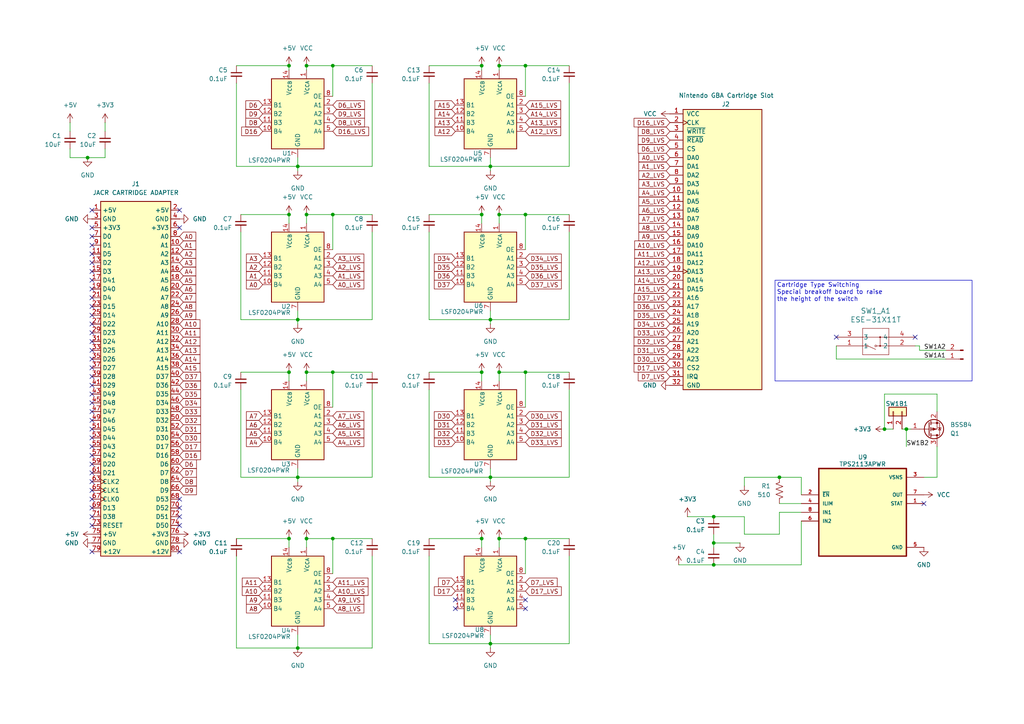
<source format=kicad_sch>
(kicad_sch (version 20250114) (generator "eeschema") (generator_version "9.0")
  (paper "A4")
  (title_block (title "GameBoy Adapter - Just Another Cartridge Reader") (date "2025-10-22") (company "Diplomatic Entertainment, LLC.") (comment 1 "CC BY 4.0"))
  (rectangle (start 224.79 81.28) (end 281.94 110.49))
  (text "Cartridge Type Switching\nSpecial breakoff board to raise\nthe height of the switch\n" (at 225.298 84.836 0) (effects (font (size 1.27 1.27)) (justify left)))
  (junction (at 139.7 19.05))
  (junction (at 152.4 107.95))
  (junction (at 83.82 107.95))
  (junction (at 83.82 62.23))
  (junction (at 88.9 156.21))
  (junction (at 86.36 138.43))
  (junction (at 139.7 156.21))
  (junction (at 144.78 156.21))
  (junction (at 142.24 48.26))
  (junction (at 142.24 186.69))
  (junction (at 144.78 62.23))
  (junction (at 144.78 19.05))
  (junction (at 207.01 149.86))
  (junction (at 96.52 62.23))
  (junction (at 207.01 157.48))
  (junction (at 207.01 163.83))
  (junction (at 262.89 124.46))
  (junction (at 86.36 48.26))
  (junction (at 25.4 45.72))
  (junction (at 144.78 107.95))
  (junction (at 96.52 156.21))
  (junction (at 88.9 62.23))
  (junction (at 88.9 19.05))
  (junction (at 83.82 156.21))
  (junction (at 152.4 19.05))
  (junction (at 152.4 62.23))
  (junction (at 139.7 62.23))
  (junction (at 142.24 138.43))
  (junction (at 142.24 92.71))
  (junction (at 83.82 19.05))
  (junction (at 256.54 124.46))
  (junction (at 88.9 107.95))
  (junction (at 86.36 187.96))
  (junction (at 96.52 19.05))
  (junction (at 152.4 156.21))
  (junction (at 86.36 92.71))
  (junction (at 226.06 138.43))
  (junction (at 139.7 107.95))
  (junction (at 96.52 107.95))
  (no_connect (at 26.67 111.76))
  (no_connect (at 26.67 114.3))
  (no_connect (at 26.67 93.98))
  (no_connect (at 26.67 152.4))
  (no_connect (at 26.67 83.82))
  (no_connect (at 26.67 149.86))
  (no_connect (at 26.67 68.58))
  (no_connect (at 52.07 60.96))
  (no_connect (at 26.67 160.02))
  (no_connect (at 26.67 86.36))
  (no_connect (at 52.07 147.32))
  (no_connect (at 26.67 147.32))
  (no_connect (at 26.67 76.2))
  (no_connect (at 52.07 66.04))
  (no_connect (at 26.67 81.28))
  (no_connect (at 26.67 96.52))
  (no_connect (at 26.67 101.6))
  (no_connect (at 26.67 116.84))
  (no_connect (at 132.08 173.99))
  (no_connect (at 26.67 60.96))
  (no_connect (at 26.67 127))
  (no_connect (at 26.67 109.22))
  (no_connect (at 152.4 173.99))
  (no_connect (at 26.67 137.16))
  (no_connect (at 26.67 73.66))
  (no_connect (at 52.07 152.4))
  (no_connect (at 26.67 104.14))
  (no_connect (at 26.67 121.92))
  (no_connect (at 52.07 149.86))
  (no_connect (at 152.4 176.53))
  (no_connect (at 26.67 134.62))
  (no_connect (at 26.67 106.68))
  (no_connect (at 242.57 97.79))
  (no_connect (at 267.97 146.05))
  (no_connect (at 26.67 124.46))
  (no_connect (at 26.67 78.74))
  (no_connect (at 52.07 144.78))
  (no_connect (at 26.67 144.78))
  (no_connect (at 26.67 139.7))
  (no_connect (at 52.07 160.02))
  (no_connect (at 265.43 97.79))
  (no_connect (at 26.67 142.24))
  (no_connect (at 26.67 71.12))
  (no_connect (at 132.08 176.53))
  (no_connect (at 26.67 91.44))
  (no_connect (at 26.67 132.08))
  (no_connect (at 26.67 66.04))
  (no_connect (at 26.67 99.06))
  (no_connect (at 26.67 129.54))
  (no_connect (at 26.67 119.38))
  (no_connect (at 26.67 88.9))
  (wire (pts (xy 83.82 107.95) (xy 83.82 110.49)))
  (wire (pts (xy 226.06 138.43) (xy 215.9 138.43)))
  (wire (pts (xy 124.46 161.29) (xy 124.46 186.69)))
  (wire (pts (xy 83.82 156.21) (xy 83.82 158.75)))
  (wire (pts (xy 96.52 156.21) (xy 107.95 156.21)))
  (wire (pts (xy 124.46 67.31) (xy 124.46 92.71)))
  (wire (pts (xy 256.54 114.3) (xy 271.78 114.3)))
  (wire (pts (xy 165.1 113.03) (xy 165.1 138.43)))
  (wire (pts (xy 107.95 138.43) (xy 86.36 138.43)))
  (wire (pts (xy 107.95 187.96) (xy 86.36 187.96)))
  (wire (pts (xy 215.9 138.43) (xy 215.9 140.97)))
  (wire (pts (xy 152.4 62.23) (xy 152.4 72.39)))
  (wire (pts (xy 165.1 186.69) (xy 142.24 186.69)))
  (wire (pts (xy 124.46 62.23) (xy 139.7 62.23)))
  (wire (pts (xy 68.58 161.29) (xy 68.58 187.96)))
  (wire (pts (xy 30.48 45.72) (xy 25.4 45.72)))
  (wire (pts (xy 144.78 62.23) (xy 144.78 64.77)))
  (wire (pts (xy 86.36 187.96) (xy 86.36 184.15)))
  (wire (pts (xy 68.58 48.26) (xy 86.36 48.26)))
  (wire (pts (xy 86.36 139.7) (xy 86.36 138.43)))
  (wire (pts (xy 20.32 35.56) (xy 20.32 38.1)))
  (wire (pts (xy 68.58 19.05) (xy 83.82 19.05)))
  (wire (pts (xy 96.52 19.05) (xy 96.52 27.94)))
  (wire (pts (xy 242.57 104.14) (xy 274.32 104.14)))
  (wire (pts (xy 144.78 156.21) (xy 152.4 156.21)))
  (wire (pts (xy 124.46 92.71) (xy 142.24 92.71)))
  (wire (pts (xy 86.36 48.26) (xy 86.36 45.72)))
  (wire (pts (xy 69.85 67.31) (xy 69.85 92.71)))
  (wire (pts (xy 88.9 62.23) (xy 88.9 64.77)))
  (wire (pts (xy 86.36 138.43) (xy 86.36 135.89)))
  (wire (pts (xy 165.1 138.43) (xy 142.24 138.43)))
  (wire (pts (xy 144.78 19.05) (xy 152.4 19.05)))
  (wire (pts (xy 88.9 19.05) (xy 88.9 20.32)))
  (wire (pts (xy 196.85 163.83) (xy 207.01 163.83)))
  (wire (pts (xy 142.24 186.69) (xy 142.24 184.15)))
  (wire (pts (xy 271.78 114.3) (xy 271.78 119.38)))
  (wire (pts (xy 88.9 19.05) (xy 96.52 19.05)))
  (wire (pts (xy 20.32 43.18) (xy 20.32 45.72)))
  (wire (pts (xy 107.95 67.31) (xy 107.95 92.71)))
  (wire (pts (xy 68.58 156.21) (xy 83.82 156.21)))
  (wire (pts (xy 266.7 100.33) (xy 265.43 100.33)))
  (wire (pts (xy 142.24 49.53) (xy 142.24 48.26)))
  (wire (pts (xy 144.78 107.95) (xy 152.4 107.95)))
  (wire (pts (xy 107.95 161.29) (xy 107.95 187.96)))
  (wire (pts (xy 124.46 24.13) (xy 124.46 48.26)))
  (wire (pts (xy 142.24 45.72) (xy 142.24 48.26)))
  (wire (pts (xy 226.06 148.59) (xy 232.41 148.59)))
  (wire (pts (xy 165.1 48.26) (xy 142.24 48.26)))
  (wire (pts (xy 139.7 156.21) (xy 139.7 158.75)))
  (wire (pts (xy 139.7 62.23) (xy 139.7 64.77)))
  (wire (pts (xy 107.95 48.26) (xy 86.36 48.26)))
  (wire (pts (xy 20.32 45.72) (xy 25.4 45.72)))
  (wire (pts (xy 139.7 19.05) (xy 139.7 20.32)))
  (wire (pts (xy 152.4 107.95) (xy 152.4 118.11)))
  (wire (pts (xy 271.78 129.54) (xy 271.78 138.43)))
  (wire (pts (xy 207.01 149.86) (xy 215.9 149.86)))
  (wire (pts (xy 69.85 62.23) (xy 83.82 62.23)))
  (wire (pts (xy 144.78 107.95) (xy 144.78 110.49)))
  (wire (pts (xy 96.52 19.05) (xy 107.95 19.05)))
  (wire (pts (xy 96.52 107.95) (xy 107.95 107.95)))
  (wire (pts (xy 144.78 19.05) (xy 144.78 20.32)))
  (wire (pts (xy 88.9 62.23) (xy 96.52 62.23)))
  (wire (pts (xy 165.1 24.13) (xy 165.1 48.26)))
  (wire (pts (xy 152.4 19.05) (xy 165.1 19.05)))
  (wire (pts (xy 68.58 24.13) (xy 68.58 48.26)))
  (wire (pts (xy 207.01 157.48) (xy 207.01 158.75)))
  (wire (pts (xy 165.1 92.71) (xy 142.24 92.71)))
  (wire (pts (xy 69.85 92.71) (xy 86.36 92.71)))
  (wire (pts (xy 242.57 100.33) (xy 242.57 104.14)))
  (wire (pts (xy 262.89 124.46) (xy 264.16 124.46)))
  (wire (pts (xy 256.54 124.46) (xy 259.08 124.46)))
  (wire (pts (xy 96.52 62.23) (xy 107.95 62.23)))
  (wire (pts (xy 124.46 113.03) (xy 124.46 138.43)))
  (wire (pts (xy 152.4 19.05) (xy 152.4 27.94)))
  (wire (pts (xy 107.95 113.03) (xy 107.95 138.43)))
  (wire (pts (xy 232.41 143.51) (xy 232.41 138.43)))
  (wire (pts (xy 226.06 146.05) (xy 232.41 146.05)))
  (wire (pts (xy 88.9 156.21) (xy 96.52 156.21)))
  (wire (pts (xy 139.7 107.95) (xy 139.7 110.49)))
  (wire (pts (xy 83.82 19.05) (xy 83.82 20.32)))
  (wire (pts (xy 199.39 149.86) (xy 207.01 149.86)))
  (wire (pts (xy 152.4 156.21) (xy 165.1 156.21)))
  (wire (pts (xy 30.48 35.56) (xy 30.48 38.1)))
  (wire (pts (xy 215.9 154.94) (xy 226.06 154.94)))
  (wire (pts (xy 124.46 19.05) (xy 139.7 19.05)))
  (wire (pts (xy 124.46 156.21) (xy 139.7 156.21)))
  (wire (pts (xy 142.24 139.7) (xy 142.24 138.43)))
  (wire (pts (xy 86.36 93.98) (xy 86.36 92.71)))
  (wire (pts (xy 152.4 156.21) (xy 152.4 166.37)))
  (wire (pts (xy 88.9 156.21) (xy 88.9 158.75)))
  (wire (pts (xy 86.36 92.71) (xy 86.36 90.17)))
  (wire (pts (xy 83.82 62.23) (xy 83.82 64.77)))
  (wire (pts (xy 152.4 107.95) (xy 165.1 107.95)))
  (wire (pts (xy 215.9 149.86) (xy 215.9 154.94)))
  (wire (pts (xy 226.06 154.94) (xy 226.06 148.59)))
  (wire (pts (xy 232.41 163.83) (xy 232.41 151.13)))
  (wire (pts (xy 69.85 107.95) (xy 83.82 107.95)))
  (wire (pts (xy 124.46 107.95) (xy 139.7 107.95)))
  (wire (pts (xy 165.1 161.29) (xy 165.1 186.69)))
  (wire (pts (xy 124.46 48.26) (xy 142.24 48.26)))
  (wire (pts (xy 142.24 92.71) (xy 142.24 90.17)))
  (wire (pts (xy 271.78 138.43) (xy 267.97 138.43)))
  (wire (pts (xy 144.78 156.21) (xy 144.78 158.75)))
  (wire (pts (xy 142.24 93.98) (xy 142.24 92.71)))
  (wire (pts (xy 96.52 156.21) (xy 96.52 166.37)))
  (wire (pts (xy 68.58 187.96) (xy 86.36 187.96)))
  (wire (pts (xy 96.52 62.23) (xy 96.52 72.39)))
  (wire (pts (xy 207.01 163.83) (xy 232.41 163.83)))
  (wire (pts (xy 266.7 101.6) (xy 266.7 100.33)))
  (wire (pts (xy 142.24 187.96) (xy 142.24 186.69)))
  (wire (pts (xy 124.46 138.43) (xy 142.24 138.43)))
  (wire (pts (xy 69.85 113.03) (xy 69.85 138.43)))
  (wire (pts (xy 144.78 62.23) (xy 152.4 62.23)))
  (wire (pts (xy 88.9 107.95) (xy 88.9 110.49)))
  (wire (pts (xy 69.85 138.43) (xy 86.36 138.43)))
  (wire (pts (xy 30.48 43.18) (xy 30.48 45.72)))
  (wire (pts (xy 124.46 186.69) (xy 142.24 186.69)))
  (wire (pts (xy 165.1 67.31) (xy 165.1 92.71)))
  (wire (pts (xy 88.9 107.95) (xy 96.52 107.95)))
  (wire (pts (xy 107.95 92.71) (xy 86.36 92.71)))
  (wire (pts (xy 256.54 124.46) (xy 256.54 114.3)))
  (wire (pts (xy 266.7 101.6) (xy 274.32 101.6)))
  (wire (pts (xy 96.52 107.95) (xy 96.52 118.11)))
  (wire (pts (xy 107.95 24.13) (xy 107.95 48.26)))
  (wire (pts (xy 142.24 138.43) (xy 142.24 135.89)))
  (wire (pts (xy 207.01 154.94) (xy 207.01 157.48)))
  (wire (pts (xy 261.62 124.46) (xy 262.89 124.46)))
  (wire (pts (xy 152.4 62.23) (xy 165.1 62.23)))
  (wire (pts (xy 86.36 49.53) (xy 86.36 48.26)))
  (wire (pts (xy 207.01 157.48) (xy 214.63 157.48)))
  (wire (pts (xy 232.41 138.43) (xy 226.06 138.43)))
  (wire (pts (xy 262.89 129.54) (xy 262.89 124.46)))
  (label "SW1B2" (at 262.89 129.54 0))
  (label "SW1A1" (at 274.32 104.14 180))
  (label "SW1A2" (at 267.97 101.6 0))
  (global_label "A1" (shape input) (at 76.2 80.01 180) (property "Intersheetrefs" "${INTERSHEET_REFS}" (effects (hide yes))))
  (global_label "D37_LVS" (shape input) (at 194.31 86.36 180) (property "Intersheetrefs" "${INTERSHEET_REFS}" (effects (hide yes))))
  (global_label "D17_LVS" (shape input) (at 152.4 171.45 0) (property "Intersheetrefs" "${INTERSHEET_REFS}" (effects (hide yes))))
  (global_label "A9_LVS" (shape input) (at 194.31 68.58 180) (property "Intersheetrefs" "${INTERSHEET_REFS}" (effects (hide yes))))
  (global_label "A2" (shape input) (at 52.07 73.66 0) (property "Intersheetrefs" "${INTERSHEET_REFS}" (effects (hide yes))))
  (global_label "A11_LVS" (shape input) (at 194.31 73.66 180) (property "Intersheetrefs" "${INTERSHEET_REFS}" (effects (hide yes))))
  (global_label "A14_LVS" (shape input) (at 152.4 33.02 0) (property "Intersheetrefs" "${INTERSHEET_REFS}" (effects (hide yes))))
  (global_label "A8_LVS" (shape input) (at 194.31 66.04 180) (property "Intersheetrefs" "${INTERSHEET_REFS}" (effects (hide yes))))
  (global_label "A13_LVS" (shape input) (at 194.31 78.74 180) (property "Intersheetrefs" "${INTERSHEET_REFS}" (effects (hide yes))))
  (global_label "A5" (shape input) (at 76.2 125.73 180) (property "Intersheetrefs" "${INTERSHEET_REFS}" (effects (hide yes))))
  (global_label "A10" (shape input) (at 52.07 93.98 0) (property "Intersheetrefs" "${INTERSHEET_REFS}" (effects (hide yes))))
  (global_label "D30" (shape input) (at 52.07 127 0) (property "Intersheetrefs" "${INTERSHEET_REFS}" (effects (hide yes))))
  (global_label "A5" (shape input) (at 52.07 81.28 0) (property "Intersheetrefs" "${INTERSHEET_REFS}" (effects (hide yes))))
  (global_label "A6_LVS" (shape input) (at 194.31 60.96 180) (property "Intersheetrefs" "${INTERSHEET_REFS}" (effects (hide yes))))
  (global_label "A12_LVS" (shape input) (at 152.4 38.1 0) (property "Intersheetrefs" "${INTERSHEET_REFS}" (effects (hide yes))))
  (global_label "A3" (shape input) (at 76.2 74.93 180) (property "Intersheetrefs" "${INTERSHEET_REFS}" (effects (hide yes))))
  (global_label "D7" (shape input) (at 52.07 137.16 0) (property "Intersheetrefs" "${INTERSHEET_REFS}" (effects (hide yes))))
  (global_label "A12_LVS" (shape input) (at 194.31 76.2 180) (property "Intersheetrefs" "${INTERSHEET_REFS}" (effects (hide yes))))
  (global_label "A13" (shape input) (at 132.08 35.56 180) (property "Intersheetrefs" "${INTERSHEET_REFS}" (effects (hide yes))))
  (global_label "A8" (shape input) (at 52.07 88.9 0) (property "Intersheetrefs" "${INTERSHEET_REFS}" (effects (hide yes))))
  (global_label "A6" (shape input) (at 52.07 83.82 0) (property "Intersheetrefs" "${INTERSHEET_REFS}" (effects (hide yes))))
  (global_label "A8" (shape input) (at 76.2 176.53 180) (property "Intersheetrefs" "${INTERSHEET_REFS}" (effects (hide yes))))
  (global_label "D30_LVS" (shape input) (at 194.31 104.14 180) (property "Intersheetrefs" "${INTERSHEET_REFS}" (effects (hide yes))))
  (global_label "D36_LVS" (shape input) (at 194.31 88.9 180) (property "Intersheetrefs" "${INTERSHEET_REFS}" (effects (hide yes))))
  (global_label "A0" (shape input) (at 52.07 68.58 0) (property "Intersheetrefs" "${INTERSHEET_REFS}" (effects (hide yes))))
  (global_label "D30" (shape input) (at 132.08 120.65 180) (property "Intersheetrefs" "${INTERSHEET_REFS}" (effects (hide yes))))
  (global_label "A9" (shape input) (at 52.07 91.44 0) (property "Intersheetrefs" "${INTERSHEET_REFS}" (effects (hide yes))))
  (global_label "D34_LVS" (shape input) (at 194.31 93.98 180) (property "Intersheetrefs" "${INTERSHEET_REFS}" (effects (hide yes))))
  (global_label "A15" (shape input) (at 52.07 106.68 0) (property "Intersheetrefs" "${INTERSHEET_REFS}" (effects (hide yes))))
  (global_label "A14_LVS" (shape input) (at 194.31 81.28 180) (property "Intersheetrefs" "${INTERSHEET_REFS}" (effects (hide yes))))
  (global_label "D33_LVS" (shape input) (at 194.31 96.52 180) (property "Intersheetrefs" "${INTERSHEET_REFS}" (effects (hide yes))))
  (global_label "D16_LVS" (shape input) (at 96.52 38.1 0) (property "Intersheetrefs" "${INTERSHEET_REFS}" (effects (hide yes))))
  (global_label "A11" (shape input) (at 52.07 96.52 0) (property "Intersheetrefs" "${INTERSHEET_REFS}" (effects (hide yes))))
  (global_label "D35_LVS" (shape input) (at 194.31 91.44 180) (property "Intersheetrefs" "${INTERSHEET_REFS}" (effects (hide yes))))
  (global_label "D7_LVS" (shape input) (at 194.31 109.22 180) (property "Intersheetrefs" "${INTERSHEET_REFS}" (effects (hide yes))))
  (global_label "D32_LVS" (shape input) (at 152.4 125.73 0) (property "Intersheetrefs" "${INTERSHEET_REFS}" (effects (hide yes))))
  (global_label "D37_LVS" (shape input) (at 152.4 82.55 0) (property "Intersheetrefs" "${INTERSHEET_REFS}" (effects (hide yes))))
  (global_label "D16" (shape input) (at 52.07 132.08 0) (property "Intersheetrefs" "${INTERSHEET_REFS}" (effects (hide yes))))
  (global_label "A7" (shape input) (at 76.2 120.65 180) (property "Intersheetrefs" "${INTERSHEET_REFS}" (effects (hide yes))))
  (global_label "D34_LVS" (shape input) (at 152.4 74.93 0) (property "Intersheetrefs" "${INTERSHEET_REFS}" (effects (hide yes))))
  (global_label "A3_LVS" (shape input) (at 194.31 53.34 180) (property "Intersheetrefs" "${INTERSHEET_REFS}" (effects (hide yes))))
  (global_label "A15" (shape input) (at 132.08 30.48 180) (property "Intersheetrefs" "${INTERSHEET_REFS}" (effects (hide yes))))
  (global_label "A2_LVS" (shape input) (at 96.52 77.47 0) (property "Intersheetrefs" "${INTERSHEET_REFS}" (effects (hide yes))))
  (global_label "D31" (shape input) (at 52.07 124.46 0) (property "Intersheetrefs" "${INTERSHEET_REFS}" (effects (hide yes))))
  (global_label "A12" (shape input) (at 52.07 99.06 0) (property "Intersheetrefs" "${INTERSHEET_REFS}" (effects (hide yes))))
  (global_label "A1" (shape input) (at 52.07 71.12 0) (property "Intersheetrefs" "${INTERSHEET_REFS}" (effects (hide yes))))
  (global_label "A11_LVS" (shape input) (at 96.52 168.91 0) (property "Intersheetrefs" "${INTERSHEET_REFS}" (effects (hide yes))))
  (global_label "D6_LVS" (shape input) (at 194.31 43.18 180) (property "Intersheetrefs" "${INTERSHEET_REFS}" (effects (hide yes))))
  (global_label "D32" (shape input) (at 132.08 125.73 180) (property "Intersheetrefs" "${INTERSHEET_REFS}" (effects (hide yes))))
  (global_label "A4_LVS" (shape input) (at 194.31 55.88 180) (property "Intersheetrefs" "${INTERSHEET_REFS}" (effects (hide yes))))
  (global_label "A0_LVS" (shape input) (at 194.31 45.72 180) (property "Intersheetrefs" "${INTERSHEET_REFS}" (effects (hide yes))))
  (global_label "D8_LVS" (shape input) (at 96.52 35.56 0) (property "Intersheetrefs" "${INTERSHEET_REFS}" (effects (hide yes))))
  (global_label "A7_LVS" (shape input) (at 96.52 120.65 0) (property "Intersheetrefs" "${INTERSHEET_REFS}" (effects (hide yes))))
  (global_label "D8_LVS" (shape input) (at 194.31 38.1 180) (property "Intersheetrefs" "${INTERSHEET_REFS}" (effects (hide yes))))
  (global_label "D6" (shape input) (at 76.2 30.48 180) (property "Intersheetrefs" "${INTERSHEET_REFS}" (effects (hide yes))))
  (global_label "D34" (shape input) (at 52.07 116.84 0) (property "Intersheetrefs" "${INTERSHEET_REFS}" (effects (hide yes))))
  (global_label "A14" (shape input) (at 132.08 33.02 180) (property "Intersheetrefs" "${INTERSHEET_REFS}" (effects (hide yes))))
  (global_label "D9_LVS" (shape input) (at 96.52 33.02 0) (property "Intersheetrefs" "${INTERSHEET_REFS}" (effects (hide yes))))
  (global_label "A1_LVS" (shape input) (at 194.31 48.26 180) (property "Intersheetrefs" "${INTERSHEET_REFS}" (effects (hide yes))))
  (global_label "A3_LVS" (shape input) (at 96.52 74.93 0) (property "Intersheetrefs" "${INTERSHEET_REFS}" (effects (hide yes))))
  (global_label "D32_LVS" (shape input) (at 194.31 99.06 180) (property "Intersheetrefs" "${INTERSHEET_REFS}" (effects (hide yes))))
  (global_label "D6_LVS" (shape input) (at 96.52 30.48 0) (property "Intersheetrefs" "${INTERSHEET_REFS}" (effects (hide yes))))
  (global_label "D8" (shape input) (at 76.2 35.56 180) (property "Intersheetrefs" "${INTERSHEET_REFS}" (effects (hide yes))))
  (global_label "D34" (shape input) (at 132.08 74.93 180) (property "Intersheetrefs" "${INTERSHEET_REFS}" (effects (hide yes))))
  (global_label "D36_LVS" (shape input) (at 152.4 80.01 0) (property "Intersheetrefs" "${INTERSHEET_REFS}" (effects (hide yes))))
  (global_label "A12" (shape input) (at 132.08 38.1 180) (property "Intersheetrefs" "${INTERSHEET_REFS}" (effects (hide yes))))
  (global_label "D36" (shape input) (at 52.07 111.76 0) (property "Intersheetrefs" "${INTERSHEET_REFS}" (effects (hide yes))))
  (global_label "A0" (shape input) (at 76.2 82.55 180) (property "Intersheetrefs" "${INTERSHEET_REFS}" (effects (hide yes))))
  (global_label "D33" (shape input) (at 132.08 128.27 180) (property "Intersheetrefs" "${INTERSHEET_REFS}" (effects (hide yes))))
  (global_label "A10" (shape input) (at 76.2 171.45 180) (property "Intersheetrefs" "${INTERSHEET_REFS}" (effects (hide yes))))
  (global_label "D9_LVS" (shape input) (at 194.31 40.64 180) (property "Intersheetrefs" "${INTERSHEET_REFS}" (effects (hide yes))))
  (global_label "A6_LVS" (shape input) (at 96.52 123.19 0) (property "Intersheetrefs" "${INTERSHEET_REFS}" (effects (hide yes))))
  (global_label "D31" (shape input) (at 132.08 123.19 180) (property "Intersheetrefs" "${INTERSHEET_REFS}" (effects (hide yes))))
  (global_label "D35_LVS" (shape input) (at 152.4 77.47 0) (property "Intersheetrefs" "${INTERSHEET_REFS}" (effects (hide yes))))
  (global_label "A10_LVS" (shape input) (at 96.52 171.45 0) (property "Intersheetrefs" "${INTERSHEET_REFS}" (effects (hide yes))))
  (global_label "D6" (shape input) (at 52.07 134.62 0) (property "Intersheetrefs" "${INTERSHEET_REFS}" (effects (hide yes))))
  (global_label "A4" (shape input) (at 76.2 128.27 180) (property "Intersheetrefs" "${INTERSHEET_REFS}" (effects (hide yes))))
  (global_label "D36" (shape input) (at 132.08 80.01 180) (property "Intersheetrefs" "${INTERSHEET_REFS}" (effects (hide yes))))
  (global_label "D7" (shape input) (at 132.08 168.91 180) (property "Intersheetrefs" "${INTERSHEET_REFS}" (effects (hide yes))))
  (global_label "A2_LVS" (shape input) (at 194.31 50.8 180) (property "Intersheetrefs" "${INTERSHEET_REFS}" (effects (hide yes))))
  (global_label "D7_LVS" (shape input) (at 152.4 168.91 0) (property "Intersheetrefs" "${INTERSHEET_REFS}" (effects (hide yes))))
  (global_label "D33_LVS" (shape input) (at 152.4 128.27 0) (property "Intersheetrefs" "${INTERSHEET_REFS}" (effects (hide yes))))
  (global_label "A2" (shape input) (at 76.2 77.47 180) (property "Intersheetrefs" "${INTERSHEET_REFS}" (effects (hide yes))))
  (global_label "A11" (shape input) (at 76.2 168.91 180) (property "Intersheetrefs" "${INTERSHEET_REFS}" (effects (hide yes))))
  (global_label "D35" (shape input) (at 132.08 77.47 180) (property "Intersheetrefs" "${INTERSHEET_REFS}" (effects (hide yes))))
  (global_label "D9" (shape input) (at 52.07 142.24 0) (property "Intersheetrefs" "${INTERSHEET_REFS}" (effects (hide yes))))
  (global_label "A4_LVS" (shape input) (at 96.52 128.27 0) (property "Intersheetrefs" "${INTERSHEET_REFS}" (effects (hide yes))))
  (global_label "D31_LVS" (shape input) (at 152.4 123.19 0) (property "Intersheetrefs" "${INTERSHEET_REFS}" (effects (hide yes))))
  (global_label "D37" (shape input) (at 132.08 82.55 180) (property "Intersheetrefs" "${INTERSHEET_REFS}" (effects (hide yes))))
  (global_label "A6" (shape input) (at 76.2 123.19 180) (property "Intersheetrefs" "${INTERSHEET_REFS}" (effects (hide yes))))
  (global_label "D33" (shape input) (at 52.07 119.38 0) (property "Intersheetrefs" "${INTERSHEET_REFS}" (effects (hide yes))))
  (global_label "A1_LVS" (shape input) (at 96.52 80.01 0) (property "Intersheetrefs" "${INTERSHEET_REFS}" (effects (hide yes))))
  (global_label "D17" (shape input) (at 52.07 129.54 0) (property "Intersheetrefs" "${INTERSHEET_REFS}" (effects (hide yes))))
  (global_label "A3" (shape input) (at 52.07 76.2 0) (property "Intersheetrefs" "${INTERSHEET_REFS}" (effects (hide yes))))
  (global_label "A13_LVS" (shape input) (at 152.4 35.56 0) (property "Intersheetrefs" "${INTERSHEET_REFS}" (effects (hide yes))))
  (global_label "D16_LVS" (shape input) (at 194.31 35.56 180) (property "Intersheetrefs" "${INTERSHEET_REFS}" (effects (hide yes))))
  (global_label "D35" (shape input) (at 52.07 114.3 0) (property "Intersheetrefs" "${INTERSHEET_REFS}" (effects (hide yes))))
  (global_label "D9" (shape input) (at 76.2 33.02 180) (property "Intersheetrefs" "${INTERSHEET_REFS}" (effects (hide yes))))
  (global_label "A5_LVS" (shape input) (at 194.31 58.42 180) (property "Intersheetrefs" "${INTERSHEET_REFS}" (effects (hide yes))))
  (global_label "A15_LVS" (shape input) (at 194.31 83.82 180) (property "Intersheetrefs" "${INTERSHEET_REFS}" (effects (hide yes))))
  (global_label "A9_LVS" (shape input) (at 96.52 173.99 0) (property "Intersheetrefs" "${INTERSHEET_REFS}" (effects (hide yes))))
  (global_label "A5_LVS" (shape input) (at 96.52 125.73 0) (property "Intersheetrefs" "${INTERSHEET_REFS}" (effects (hide yes))))
  (global_label "A4" (shape input) (at 52.07 78.74 0) (property "Intersheetrefs" "${INTERSHEET_REFS}" (effects (hide yes))))
  (global_label "D8" (shape input) (at 52.07 139.7 0) (property "Intersheetrefs" "${INTERSHEET_REFS}" (effects (hide yes))))
  (global_label "A7_LVS" (shape input) (at 194.31 63.5 180) (property "Intersheetrefs" "${INTERSHEET_REFS}" (effects (hide yes))))
  (global_label "A13" (shape input) (at 52.07 101.6 0) (property "Intersheetrefs" "${INTERSHEET_REFS}" (effects (hide yes))))
  (global_label "A7" (shape input) (at 52.07 86.36 0) (property "Intersheetrefs" "${INTERSHEET_REFS}" (effects (hide yes))))
  (global_label "A15_LVS" (shape input) (at 152.4 30.48 0) (property "Intersheetrefs" "${INTERSHEET_REFS}" (effects (hide yes))))
  (global_label "D31_LVS" (shape input) (at 194.31 101.6 180) (property "Intersheetrefs" "${INTERSHEET_REFS}" (effects (hide yes))))
  (global_label "A0_LVS" (shape input) (at 96.52 82.55 0) (property "Intersheetrefs" "${INTERSHEET_REFS}" (effects (hide yes))))
  (global_label "D32" (shape input) (at 52.07 121.92 0) (property "Intersheetrefs" "${INTERSHEET_REFS}" (effects (hide yes))))
  (global_label "A10_LVS" (shape input) (at 194.31 71.12 180) (property "Intersheetrefs" "${INTERSHEET_REFS}" (effects (hide yes))))
  (global_label "D16" (shape input) (at 76.2 38.1 180) (property "Intersheetrefs" "${INTERSHEET_REFS}" (effects (hide yes))))
  (global_label "D17_LVS" (shape input) (at 194.31 106.68 180) (property "Intersheetrefs" "${INTERSHEET_REFS}" (effects (hide yes))))
  (global_label "D37" (shape input) (at 52.07 109.22 0) (property "Intersheetrefs" "${INTERSHEET_REFS}" (effects (hide yes))))
  (global_label "A9" (shape input) (at 76.2 173.99 180) (property "Intersheetrefs" "${INTERSHEET_REFS}" (effects (hide yes))))
  (global_label "D30_LVS" (shape input) (at 152.4 120.65 0) (property "Intersheetrefs" "${INTERSHEET_REFS}" (effects (hide yes))))
  (global_label "A8_LVS" (shape input) (at 96.52 176.53 0) (property "Intersheetrefs" "${INTERSHEET_REFS}" (effects (hide yes))))
  (global_label "D17" (shape input) (at 132.08 171.45 180) (property "Intersheetrefs" "${INTERSHEET_REFS}" (effects (hide yes))))
  (global_label "A14" (shape input) (at 52.07 104.14 0) (property "Intersheetrefs" "${INTERSHEET_REFS}" (effects (hide yes))))
  (symbol (lib_id "Device:C_Small") (at 124.46 110.49 0) (mirror y) (unit 1)
    (property "Reference" "C17" (at 121.92 109.2262 0) (effects (justify left)))
    (property "Value" "0.1uF" (at 121.92 111.7662 0) (effects (justify left)))
    (property "Footprint" "Capacitor_SMD:C_0603_1608Metric_Pad1.08x0.95mm_HandSolder" (effects (hide yes)))
    (property "Description" "Unpolarized capacitor, small symbol" (effects (hide yes)))
  )
  (symbol (lib_id "power:GND") (at 142.24 93.98 0) (unit 1)
    (property "Reference" "#PWR027" (effects (hide yes)))
    (property "Value" "GND" (at 142.24 99.06 0))
    (property "Description" "Power symbol creates a global label with name \"GND\" , ground" (effects (hide yes)))
  )
  (symbol (lib_id "Device:C_Small") (at 165.1 110.49 0) (mirror y) (unit 1)
    (property "Reference" "C18" (at 162.56 109.2262 0) (effects (justify left)))
    (property "Value" "0.1uF" (at 162.56 111.7662 0) (effects (justify left)))
    (property "Footprint" "Capacitor_SMD:C_0603_1608Metric_Pad1.08x0.95mm_HandSolder" (effects (hide yes)))
    (property "Description" "Unpolarized capacitor, small symbol" (effects (hide yes)))
  )
  (symbol (lib_id "power:GND") (at 215.9 140.97 0) (unit 1)
    (property "Reference" "#PWR02" (effects (hide yes)))
    (property "Value" "GND" (at 215.9 146.05 0))
    (property "Description" "Power symbol creates a global label with name \"GND\" , ground" (effects (hide yes)))
  )
  (symbol (lib_id "Device:C_Small") (at 207.01 161.29 0) (mirror y) (unit 1)
    (property "Reference" "C4" (at 204.47 160.0262 0) (effects (justify left)))
    (property "Value" "0.1uF" (at 204.47 162.5662 0) (effects (justify left)))
    (property "Footprint" "Capacitor_SMD:C_0603_1608Metric_Pad1.08x0.95mm_HandSolder" (effects (hide yes)))
    (property "Description" "Unpolarized capacitor, small symbol" (effects (hide yes)))
  )
  (symbol (lib_id "power:+5V") (at 83.82 156.21 0) (unit 1)
    (property "Reference" "#PWR010" (effects (hide yes)))
    (property "Value" "+5V" (at 83.82 151.13 0))
    (property "Description" "Power symbol creates a global label with name \"+5V\"" (effects (hide yes)))
  )
  (symbol (lib_id "power:VCC") (at 88.9 62.23 0) (unit 1)
    (property "Reference" "#PWR07" (effects (hide yes)))
    (property "Value" "VCC" (at 88.9 57.15 0))
    (property "Description" "Power symbol creates a global label with name \"VCC\"" (effects (hide yes)))
  )
  (symbol (lib_id "power:GND") (at 142.24 139.7 0) (unit 1)
    (property "Reference" "#PWR028" (effects (hide yes)))
    (property "Value" "GND" (at 142.24 144.78 0))
    (property "Description" "Power symbol creates a global label with name \"GND\" , ground" (effects (hide yes)))
  )
  (symbol (lib_id "power:GND") (at 52.07 157.48 90) (unit 1)
    (property "Reference" "#PWR016" (effects (hide yes)))
    (property "Value" "GND" (at 55.88 157.4799 90) (effects (justify right)))
    (property "Description" "Power symbol creates a global label with name \"GND\" , ground" (effects (hide yes)))
  )
  (symbol (lib_id "power:VCC") (at 144.78 107.95 0) (unit 1)
    (property "Reference" "#PWR032" (effects (hide yes)))
    (property "Value" "VCC" (at 144.78 102.87 0))
    (property "Description" "Power symbol creates a global label with name \"VCC\"" (effects (hide yes)))
  )
  (symbol (lib_id "power:GND") (at 142.24 187.96 0) (unit 1)
    (property "Reference" "#PWR029" (effects (hide yes)))
    (property "Value" "GND" (at 142.24 193.04 0))
    (property "Description" "Power symbol creates a global label with name \"GND\" , ground" (effects (hide yes)))
  )
  (symbol (lib_id "power:+3V3") (at 52.07 154.94 270) (mirror x) (unit 1)
    (property "Reference" "#PWR045" (effects (hide yes)))
    (property "Value" "+3V3" (at 55.88 154.9399 90) (effects (justify left)))
    (property "Description" "Power symbol creates a global label with name \"+3V3\"" (effects (hide yes)))
  )
  (symbol (lib_id "Device:C_Small") (at 165.1 64.77 0) (mirror y) (unit 1)
    (property "Reference" "C16" (at 162.56 63.5062 0) (effects (justify left)))
    (property "Value" "0.1uF" (at 162.56 66.0462 0) (effects (justify left)))
    (property "Footprint" "Capacitor_SMD:C_0603_1608Metric_Pad1.08x0.95mm_HandSolder" (effects (hide yes)))
    (property "Description" "Unpolarized capacitor, small symbol" (effects (hide yes)))
  )
  (symbol (lib_id "Connector_Generic:Conn_01x02") (at 259.08 119.38 90) (unit 1)
    (property "Reference" "SW1B1" (at 263.398 117.094 90) (effects (justify left)))
    (property "Value" "Conn_01x02" (effects (hide yes)))
    (property "Footprint" "Connector_Wire:SolderWire-0.1sqmm_1x02_P3.6mm_D0.4mm_OD1mm" (effects (hide yes)))
    (property "Description" "Generic connector, single row, 01x02, script generated (kicad-library-utils/schlib/autogen/connector/)" (effects (hide yes)))
  )
  (symbol (lib_id "power:GND") (at 86.36 49.53 0) (unit 1)
    (property "Reference" "#PWR012" (effects (hide yes)))
    (property "Value" "GND" (at 86.36 54.61 0))
    (property "Description" "Power symbol creates a global label with name \"GND\" , ground" (effects (hide yes)))
  )
  (symbol (lib_id "Logic_LevelTranslator:TXS0104EPW") (at 142.24 171.45 0) (mirror y) (unit 1)
    (property "Reference" "U8" (at 140.462 182.626 0) (effects (justify left)))
    (property "Value" "LSF0204PWR" (at 140.462 184.404 0) (effects (justify left)))
    (property "Footprint" "Package_SO:TSSOP-14_4.4x5mm_P0.65mm" (effects (hide yes)))
    (property "Datasheet" "https://www.ti.com/lit/ds/symlink/lsf0204d.pdf?HQS=dis-dk-null-digikeymode-dsf-pf-null-wwe&ts=1761131641917&ref_url=https%253A%252F%252Fwww.ti.com%252Fgeneral%252Fdocs%252Fsuppproductinfo.tsp%253FdistId%253D10%2526gotoUrl%253Dhttps%253A%252F%252Fwww.ti.com%252Flit%252Fgpn%252Flsf0204d" (effects (hide yes)))
    (property "Description" "Bidirectional  level-shifting voltage translator, TSSOP-14" (effects (hide yes)))
  )
  (symbol (lib_id "power:GND") (at 86.36 187.96 0) (unit 1)
    (property "Reference" "#PWR015" (effects (hide yes)))
    (property "Value" "GND" (at 86.36 193.04 0))
    (property "Description" "Power symbol creates a global label with name \"GND\" , ground" (effects (hide yes)))
  )
  (symbol (lib_id "power:GND") (at 142.24 49.53 0) (unit 1)
    (property "Reference" "#PWR026" (effects (hide yes)))
    (property "Value" "GND" (at 142.24 54.61 0))
    (property "Description" "Power symbol creates a global label with name \"GND\" , ground" (effects (hide yes)))
  )
  (symbol (lib_id "Device:C_Small") (at 165.1 21.59 0) (mirror y) (unit 1)
    (property "Reference" "C14" (at 162.56 20.3262 0) (effects (justify left)))
    (property "Value" "0.1uF" (at 162.56 22.8662 0) (effects (justify left)))
    (property "Footprint" "Capacitor_SMD:C_0603_1608Metric_Pad1.08x0.95mm_HandSolder" (effects (hide yes)))
    (property "Description" "Unpolarized capacitor, small symbol" (effects (hide yes)))
  )
  (symbol (lib_id "DiplomaticEntertainment:JACR_CARD_EDGE") (at 39.37 107.95 0) (unit 1)
    (property "Reference" "J1" (at 39.37 53.34 0))
    (property "Value" "JACR CARTRIDGE ADAPTER" (at 39.37 55.88 0))
    (property "Footprint" "DiplomaticEntertainment:JACR Cartridge Connector" (effects (hide yes)))
    (property "Description" "Connector 5V 3.3V 12V Bidrectional JACR" (effects (hide yes)))
  )
  (symbol (lib_id "power:GND") (at 86.36 139.7 0) (unit 1)
    (property "Reference" "#PWR014" (effects (hide yes)))
    (property "Value" "GND" (at 86.36 144.78 0))
    (property "Description" "Power symbol creates a global label with name \"GND\" , ground" (effects (hide yes)))
  )
  (symbol (lib_id "Device:C_Small") (at 69.85 110.49 0) (mirror y) (unit 1)
    (property "Reference" "C9" (at 67.31 109.2262 0) (effects (justify left)))
    (property "Value" "0.1uF" (at 67.31 111.7662 0) (effects (justify left)))
    (property "Footprint" "Capacitor_SMD:C_0603_1608Metric_Pad1.08x0.95mm_HandSolder" (effects (hide yes)))
    (property "Description" "Unpolarized capacitor, small symbol" (effects (hide yes)))
  )
  (symbol (lib_id "Gemeric:ESE-31R11T") (at 242.57 97.79 0) (unit 1)
    (property "Reference" "SW1_A1" (at 254 90.17 0) (effects (font (size 1.524 1.524))))
    (property "Value" "ESE-31X11T" (at 254 92.71 0) (effects (font (size 1.524 1.524))))
    (property "Footprint" "Generic:ESE-31R11T_PAN" (effects (hide yes)))
    (property "Datasheet" "ESE-31R11T" (effects (hide yes)))
  )
  (symbol (lib_id "power:GND") (at 26.67 157.48 270) (unit 1)
    (property "Reference" "#PWR017" (effects (hide yes)))
    (property "Value" "GND" (at 22.86 157.4799 90) (effects (justify right)))
    (property "Description" "Power symbol creates a global label with name \"GND\" , ground" (effects (hide yes)))
  )
  (symbol (lib_id "Device:C_Small") (at 165.1 158.75 0) (mirror y) (unit 1)
    (property "Reference" "C20" (at 162.56 157.4862 0) (effects (justify left)))
    (property "Value" "0.1uF" (at 162.56 160.0262 0) (effects (justify left)))
    (property "Footprint" "Capacitor_SMD:C_0603_1608Metric_Pad1.08x0.95mm_HandSolder" (effects (hide yes)))
    (property "Description" "Unpolarized capacitor, small symbol" (effects (hide yes)))
  )
  (symbol (lib_id "power:+5V") (at 26.67 154.94 90) (unit 1)
    (property "Reference" "#PWR041" (effects (hide yes)))
    (property "Value" "+5V" (at 22.86 154.9399 90) (effects (justify left)))
    (property "Description" "Power symbol creates a global label with name \"+5V\"" (effects (hide yes)))
  )
  (symbol (lib_id "power:+3V3") (at 256.54 124.46 90) (unit 1)
    (property "Reference" "#PWR05" (effects (hide yes)))
    (property "Value" "+3V3" (at 252.73 124.4599 90) (effects (justify left)))
    (property "Description" "Power symbol creates a global label with name \"+3V3\"" (effects (hide yes)))
  )
  (symbol (lib_id "Device:C_Small") (at 207.01 152.4 0) (mirror y) (unit 1)
    (property "Reference" "C3" (at 204.47 151.1362 0) (effects (justify left)))
    (property "Value" "0.1uF" (at 204.47 153.6762 0) (effects (justify left)))
    (property "Footprint" "Capacitor_SMD:C_0603_1608Metric_Pad1.08x0.95mm_HandSolder" (effects (hide yes)))
    (property "Description" "Unpolarized capacitor, small symbol" (effects (hide yes)))
  )
  (symbol (lib_id "Device:C_Small") (at 107.95 158.75 0) (mirror y) (unit 1)
    (property "Reference" "C12" (at 105.41 157.4862 0) (effects (justify left)))
    (property "Value" "0.1uF" (at 105.41 160.0262 0) (effects (justify left)))
    (property "Footprint" "Capacitor_SMD:C_0603_1608Metric_Pad1.08x0.95mm_HandSolder" (effects (hide yes)))
    (property "Description" "Unpolarized capacitor, small symbol" (effects (hide yes)))
  )
  (symbol (lib_id "power:VCC") (at 144.78 156.21 0) (unit 1)
    (property "Reference" "#PWR033" (effects (hide yes)))
    (property "Value" "VCC" (at 144.78 151.13 0))
    (property "Description" "Power symbol creates a global label with name \"VCC\"" (effects (hide yes)))
  )
  (symbol (lib_id "Device:C_Small") (at 107.95 21.59 0) (mirror y) (unit 1)
    (property "Reference" "C6" (at 105.41 20.3262 0) (effects (justify left)))
    (property "Value" "0.1uF" (at 105.41 22.8662 0) (effects (justify left)))
    (property "Footprint" "Capacitor_SMD:C_0603_1608Metric_Pad1.08x0.95mm_HandSolder" (effects (hide yes)))
    (property "Description" "Unpolarized capacitor, small symbol" (effects (hide yes)))
  )
  (symbol (lib_id "power:GND") (at 214.63 157.48 0) (unit 1)
    (property "Reference" "#PWR040" (effects (hide yes)))
    (property "Value" "GND" (at 214.63 162.56 0))
    (property "Description" "Power symbol creates a global label with name \"GND\" , ground" (effects (hide yes)))
  )
  (symbol (lib_id "Device:C_Small") (at 124.46 64.77 0) (mirror y) (unit 1)
    (property "Reference" "C15" (at 121.92 63.5062 0) (effects (justify left)))
    (property "Value" "0.1uF" (at 121.92 66.0462 0) (effects (justify left)))
    (property "Footprint" "Capacitor_SMD:C_0603_1608Metric_Pad1.08x0.95mm_HandSolder" (effects (hide yes)))
    (property "Description" "Unpolarized capacitor, small symbol" (effects (hide yes)))
  )
  (symbol (lib_id "Device:R_US") (at 226.06 142.24 0) (mirror y) (unit 1)
    (property "Reference" "R1" (at 223.52 140.9699 0) (effects (justify left)))
    (property "Value" "510" (at 223.52 143.5099 0) (effects (justify left)))
    (property "Footprint" "Resistor_SMD:R_0603_1608Metric_Pad0.98x0.95mm_HandSolder" (effects (hide yes)))
    (property "Description" "Resistor, US symbol" (effects (hide yes)))
  )
  (symbol (lib_id "power:+3V3") (at 199.39 149.86 0) (unit 1)
    (property "Reference" "#PWR038" (effects (hide yes)))
    (property "Value" "+3V3" (at 199.39 144.78 0))
    (property "Description" "Power symbol creates a global label with name \"+3V3\"" (effects (hide yes)))
  )
  (symbol (lib_id "power:GND") (at 194.31 111.76 270) (unit 1)
    (property "Reference" "#PWR037" (effects (hide yes)))
    (property "Value" "GND" (at 190.5 111.7599 90) (effects (justify right)))
    (property "Description" "Power symbol creates a global label with name \"GND\" , ground" (effects (hide yes)))
  )
  (symbol (lib_id "Device:C_Small") (at 30.48 40.64 0) (mirror y) (unit 1)
    (property "Reference" "C2" (at 27.94 39.3762 0) (effects (justify left)))
    (property "Value" "10uF" (at 27.94 41.9162 0) (effects (justify left)))
    (property "Footprint" "Capacitor_SMD:C_0603_1608Metric_Pad1.08x0.95mm_HandSolder" (effects (hide yes)))
    (property "Description" "Unpolarized capacitor, small symbol" (effects (hide yes)))
  )
  (symbol (lib_id "Connector:Conn_01x02_Pin") (at 279.4 104.14 180) (unit 1)
    (property "Reference" "J3" (effects (hide yes)))
    (property "Value" "Conn_01x02_Pin" (effects (hide yes)))
    (property "Footprint" "Connector_Wire:SolderWire-0.1sqmm_1x02_P3.6mm_D0.4mm_OD1mm" (effects (hide yes)))
    (property "Description" "Generic connector, single row, 01x02, script generated" (effects (hide yes)))
  )
  (symbol (lib_id "power:VCC") (at 88.9 19.05 0) (unit 1)
    (property "Reference" "#PWR03" (effects (hide yes)))
    (property "Value" "VCC" (at 88.9 13.97 0))
    (property "Description" "Power symbol creates a global label with name \"VCC\"" (effects (hide yes)))
  )
  (symbol (lib_id "power:VCC") (at 88.9 107.95 0) (unit 1)
    (property "Reference" "#PWR09" (effects (hide yes)))
    (property "Value" "VCC" (at 88.9 102.87 0))
    (property "Description" "Power symbol creates a global label with name \"VCC\"" (effects (hide yes)))
  )
  (symbol (lib_id "power:+5V") (at 83.82 107.95 0) (unit 1)
    (property "Reference" "#PWR08" (effects (hide yes)))
    (property "Value" "+5V" (at 83.82 102.87 0))
    (property "Description" "Power symbol creates a global label with name \"+5V\"" (effects (hide yes)))
  )
  (symbol (lib_id "power:VCC") (at 267.97 143.51 270) (unit 1)
    (property "Reference" "#PWR04" (effects (hide yes)))
    (property "Value" "VCC" (at 271.78 143.5099 90) (effects (justify left)))
    (property "Description" "Power symbol creates a global label with name \"VCC\"" (effects (hide yes)))
  )
  (symbol (lib_id "power:GND") (at 86.36 93.98 0) (unit 1)
    (property "Reference" "#PWR013" (effects (hide yes)))
    (property "Value" "GND" (at 86.36 99.06 0))
    (property "Description" "Power symbol creates a global label with name \"GND\" , ground" (effects (hide yes)))
  )
  (symbol (lib_id "power:+5V") (at 196.85 163.83 0) (unit 1)
    (property "Reference" "#PWR039" (effects (hide yes)))
    (property "Value" "+5V" (at 196.85 158.75 0))
    (property "Description" "Power symbol creates a global label with name \"+5V\"" (effects (hide yes)))
  )
  (symbol (lib_id "power:+5V") (at 139.7 107.95 0) (unit 1)
    (property "Reference" "#PWR024" (effects (hide yes)))
    (property "Value" "+5V" (at 139.7 102.87 0))
    (property "Description" "Power symbol creates a global label with name \"+5V\"" (effects (hide yes)))
  )
  (symbol (lib_id "power:GND") (at 52.07 63.5 90) (unit 1)
    (property "Reference" "#PWR019" (effects (hide yes)))
    (property "Value" "GND" (at 55.88 63.4999 90) (effects (justify right)))
    (property "Description" "Power symbol creates a global label with name \"GND\" , ground" (effects (hide yes)))
  )
  (symbol (lib_id "Logic_LevelTranslator:TXS0104EPW") (at 86.36 77.47 0) (mirror y) (unit 1)
    (property "Reference" "U2" (at 84.328 88.9 0) (effects (justify left)))
    (property "Value" "LSF0204PWR" (at 84.328 90.678 0) (effects (justify left)))
    (property "Footprint" "Package_SO:TSSOP-14_4.4x5mm_P0.65mm" (effects (hide yes)))
    (property "Datasheet" "https://www.ti.com/lit/ds/symlink/lsf0204d.pdf?HQS=dis-dk-null-digikeymode-dsf-pf-null-wwe&ts=1761131641917&ref_url=https%253A%252F%252Fwww.ti.com%252Fgeneral%252Fdocs%252Fsuppproductinfo.tsp%253FdistId%253D10%2526gotoUrl%253Dhttps%253A%252F%252Fwww.ti.com%252Flit%252Fgpn%252Flsf0204d" (effects (hide yes)))
    (property "Description" "Bidirectional  level-shifting voltage translator, TSSOP-14" (effects (hide yes)))
  )
  (symbol (lib_id "Transistor_FET:BSS84") (at 269.24 124.46 0) (mirror x) (unit 1)
    (property "Reference" "Q1" (at 275.59 125.7301 0) (effects (justify left)))
    (property "Value" "BSS84" (at 275.59 123.1901 0) (effects (justify left)))
    (property "Footprint" "Package_TO_SOT_SMD:SOT-23" (effects (hide yes)))
    (property "Datasheet" "http://assets.nexperia.com/documents/data-sheet/BSS84.pdf" (effects (hide yes)))
    (property "Description" "-0.13A Id, -50V Vds, P-Channel MOSFET, SOT-23" (effects (hide yes)))
  )
  (symbol (lib_id "power:+5V") (at 20.32 35.56 0) (unit 1)
    (property "Reference" "#PWR042" (effects (hide yes)))
    (property "Value" "+5V" (at 20.32 30.48 0))
    (property "Description" "Power symbol creates a global label with name \"+5V\"" (effects (hide yes)))
  )
  (symbol (lib_id "Device:C_Small") (at 20.32 40.64 0) (mirror y) (unit 1)
    (property "Reference" "C1" (at 17.78 39.3762 0) (effects (justify left)))
    (property "Value" "10uF" (at 17.78 41.9162 0) (effects (justify left)))
    (property "Footprint" "Capacitor_SMD:C_0603_1608Metric_Pad1.08x0.95mm_HandSolder" (effects (hide yes)))
    (property "Description" "Unpolarized capacitor, small symbol" (effects (hide yes)))
  )
  (symbol (lib_id "power:GND") (at 26.67 63.5 270) (unit 1)
    (property "Reference" "#PWR018" (effects (hide yes)))
    (property "Value" "GND" (at 22.86 63.4999 90) (effects (justify right)))
    (property "Description" "Power symbol creates a global label with name \"GND\" , ground" (effects (hide yes)))
  )
  (symbol (lib_id "Device:C_Small") (at 107.95 110.49 0) (mirror y) (unit 1)
    (property "Reference" "C10" (at 105.41 109.2262 0) (effects (justify left)))
    (property "Value" "0.1uF" (at 105.41 111.7662 0) (effects (justify left)))
    (property "Footprint" "Capacitor_SMD:C_0603_1608Metric_Pad1.08x0.95mm_HandSolder" (effects (hide yes)))
    (property "Description" "Unpolarized capacitor, small symbol" (effects (hide yes)))
  )
  (symbol (lib_id "Device:C_Small") (at 68.58 21.59 0) (mirror y) (unit 1)
    (property "Reference" "C5" (at 66.04 20.3262 0) (effects (justify left)))
    (property "Value" "0.1uF" (at 66.04 22.8662 0) (effects (justify left)))
    (property "Footprint" "Capacitor_SMD:C_0603_1608Metric_Pad1.08x0.95mm_HandSolder" (effects (hide yes)))
    (property "Description" "Unpolarized capacitor, small symbol" (effects (hide yes)))
  )
  (symbol (lib_id "Logic_LevelTranslator:TXS0104EPW") (at 142.24 77.47 0) (mirror y) (unit 1)
    (property "Reference" "U6" (at 140.208 88.646 0) (effects (justify left)))
    (property "Value" "LSF0204PWR" (at 140.208 90.424 0) (effects (justify left)))
    (property "Footprint" "Package_SO:TSSOP-14_4.4x5mm_P0.65mm" (effects (hide yes)))
    (property "Datasheet" "https://www.ti.com/lit/ds/symlink/lsf0204d.pdf?HQS=dis-dk-null-digikeymode-dsf-pf-null-wwe&ts=1761131641917&ref_url=https%253A%252F%252Fwww.ti.com%252Fgeneral%252Fdocs%252Fsuppproductinfo.tsp%253FdistId%253D10%2526gotoUrl%253Dhttps%253A%252F%252Fwww.ti.com%252Flit%252Fgpn%252Flsf0204d" (effects (hide yes)))
    (property "Description" "Bidirectional  level-shifting voltage translator, TSSOP-14" (effects (hide yes)))
  )
  (symbol (lib_id "power:GND") (at 25.4 45.72 0) (unit 1)
    (property "Reference" "#PWR044" (effects (hide yes)))
    (property "Value" "GND" (at 25.4 50.8 0))
    (property "Description" "Power symbol creates a global label with name \"GND\" , ground" (effects (hide yes)))
  )
  (symbol (lib_id "power:GND") (at 267.97 158.75 0) (unit 1)
    (property "Reference" "#PWR020" (effects (hide yes)))
    (property "Value" "GND" (at 267.97 163.83 0))
    (property "Description" "Power symbol creates a global label with name \"GND\" , ground" (effects (hide yes)))
  )
  (symbol (lib_id "Logic_LevelTranslator:TXS0104EPW") (at 86.36 33.02 0) (mirror y) (unit 1)
    (property "Reference" "U1" (at 84.582 44.45 0) (effects (justify left)))
    (property "Value" "LSF0204PWR" (at 84.328 46.482 0) (effects (justify left)))
    (property "Footprint" "Package_SO:TSSOP-14_4.4x5mm_P0.65mm" (effects (hide yes)))
    (property "Datasheet" "https://www.ti.com/lit/ds/symlink/lsf0204d.pdf?HQS=dis-dk-null-digikeymode-dsf-pf-null-wwe&ts=1761131641917&ref_url=https%253A%252F%252Fwww.ti.com%252Fgeneral%252Fdocs%252Fsuppproductinfo.tsp%253FdistId%253D10%2526gotoUrl%253Dhttps%253A%252F%252Fwww.ti.com%252Flit%252Fgpn%252Flsf0204d" (effects (hide yes)))
    (property "Description" "Bidirectional  level-shifting voltage translator, TSSOP-14" (effects (hide yes)))
  )
  (symbol (lib_id "power:+5V") (at 139.7 62.23 0) (unit 1)
    (property "Reference" "#PWR023" (effects (hide yes)))
    (property "Value" "+5V" (at 139.7 57.15 0))
    (property "Description" "Power symbol creates a global label with name \"+5V\"" (effects (hide yes)))
  )
  (symbol (lib_id "power:+5V") (at 83.82 62.23 0) (unit 1)
    (property "Reference" "#PWR06" (effects (hide yes)))
    (property "Value" "+5V" (at 83.82 57.15 0))
    (property "Description" "Power symbol creates a global label with name \"+5V\"" (effects (hide yes)))
  )
  (symbol (lib_id "power:+5V") (at 139.7 156.21 0) (unit 1)
    (property "Reference" "#PWR025" (effects (hide yes)))
    (property "Value" "+5V" (at 139.7 151.13 0))
    (property "Description" "Power symbol creates a global label with name \"+5V\"" (effects (hide yes)))
  )
  (symbol (lib_id "power:VCC") (at 88.9 156.21 0) (unit 1)
    (property "Reference" "#PWR011" (effects (hide yes)))
    (property "Value" "VCC" (at 88.9 151.13 0))
    (property "Description" "Power symbol creates a global label with name \"VCC\"" (effects (hide yes)))
  )
  (symbol (lib_id "Device:C_Small") (at 69.85 64.77 0) (mirror y) (unit 1)
    (property "Reference" "C7" (at 67.31 63.5062 0) (effects (justify left)))
    (property "Value" "0.1uF" (at 67.31 66.0462 0) (effects (justify left)))
    (property "Footprint" "Capacitor_SMD:C_0603_1608Metric_Pad1.08x0.95mm_HandSolder" (effects (hide yes)))
    (property "Description" "Unpolarized capacitor, small symbol" (effects (hide yes)))
  )
  (symbol (lib_id "power:+5V") (at 139.7 19.05 0) (unit 1)
    (property "Reference" "#PWR022" (effects (hide yes)))
    (property "Value" "+5V" (at 139.7 13.97 0))
    (property "Description" "Power symbol creates a global label with name \"+5V\"" (effects (hide yes)))
  )
  (symbol (lib_id "Nintendo:Nintendo GameBoy Advanced Cartridge Slot") (at 209.55 68.58 0) (unit 1)
    (property "Reference" "J2" (at 209.296 30.226 0) (effects (justify left)))
    (property "Value" "Nintendo GBA Cartridge Slot" (at 196.85 27.686 0) (effects (justify left)))
    (property "Footprint" "Nintendo:GBA-SLOT-B" (effects (hide yes)))
    (property "Description" "Nintendo GBA Slot" (effects (hide yes)))
  )
  (symbol (lib_id "Gemeric:TPS2113APWR") (at 250.19 148.59 0) (unit 1)
    (property "Reference" "U9" (at 250.19 132.588 0))
    (property "Value" "TPS2113APWR" (at 250.19 134.62 0))
    (property "Footprint" "Package_SO:TSSOP-8_4.4x3mm_P0.65mm" (effects (hide yes)))
  )
  (symbol (lib_id "power:VCC") (at 194.31 33.02 90) (mirror x) (unit 1)
    (property "Reference" "#PWR036" (effects (hide yes)))
    (property "Value" "VCC" (at 190.5 33.0199 90) (effects (justify left)))
    (property "Description" "Power symbol creates a global label with name \"VCC\"" (effects (hide yes)))
  )
  (symbol (lib_id "Device:C_Small") (at 107.95 64.77 0) (mirror y) (unit 1)
    (property "Reference" "C8" (at 105.41 63.5062 0) (effects (justify left)))
    (property "Value" "0.1uF" (at 105.41 66.0462 0) (effects (justify left)))
    (property "Footprint" "Capacitor_SMD:C_0603_1608Metric_Pad1.08x0.95mm_HandSolder" (effects (hide yes)))
    (property "Description" "Unpolarized capacitor, small symbol" (effects (hide yes)))
  )
  (symbol (lib_id "power:VCC") (at 144.78 62.23 0) (unit 1)
    (property "Reference" "#PWR031" (effects (hide yes)))
    (property "Value" "VCC" (at 144.78 57.15 0))
    (property "Description" "Power symbol creates a global label with name \"VCC\"" (effects (hide yes)))
  )
  (symbol (lib_id "Logic_LevelTranslator:TXS0104EPW") (at 86.36 171.45 0) (mirror y) (unit 1)
    (property "Reference" "U4" (at 84.328 182.88 0) (effects (justify left)))
    (property "Value" "LSF0204PWR" (at 84.328 184.658 0) (effects (justify left)))
    (property "Footprint" "Package_SO:TSSOP-14_4.4x5mm_P0.65mm" (effects (hide yes)))
    (property "Datasheet" "https://www.ti.com/lit/ds/symlink/lsf0204d.pdf?HQS=dis-dk-null-digikeymode-dsf-pf-null-wwe&ts=1761131641917&ref_url=https%253A%252F%252Fwww.ti.com%252Fgeneral%252Fdocs%252Fsuppproductinfo.tsp%253FdistId%253D10%2526gotoUrl%253Dhttps%253A%252F%252Fwww.ti.com%252Flit%252Fgpn%252Flsf0204d" (effects (hide yes)))
    (property "Description" "Bidirectional  level-shifting voltage translator, TSSOP-14" (effects (hide yes)))
  )
  (symbol (lib_id "Logic_LevelTranslator:TXS0104EPW") (at 142.24 33.02 0) (mirror y) (unit 1)
    (property "Reference" "U5" (at 139.954 44.45 0) (effects (justify left)))
    (property "Value" "LSF0204PWR" (at 139.954 46.228 0) (effects (justify left)))
    (property "Footprint" "Package_SO:TSSOP-14_4.4x5mm_P0.65mm" (effects (hide yes)))
    (property "Datasheet" "https://www.ti.com/lit/ds/symlink/lsf0204d.pdf?HQS=dis-dk-null-digikeymode-dsf-pf-null-wwe&ts=1761131641917&ref_url=https%253A%252F%252Fwww.ti.com%252Fgeneral%252Fdocs%252Fsuppproductinfo.tsp%253FdistId%253D10%2526gotoUrl%253Dhttps%253A%252F%252Fwww.ti.com%252Flit%252Fgpn%252Flsf0204d" (effects (hide yes)))
    (property "Description" "Bidirectional  level-shifting voltage translator, TSSOP-14" (effects (hide yes)))
  )
  (symbol (lib_id "Device:C_Small") (at 68.58 158.75 0) (mirror y) (unit 1)
    (property "Reference" "C11" (at 66.04 157.4862 0) (effects (justify left)))
    (property "Value" "0.1uF" (at 66.04 160.0262 0) (effects (justify left)))
    (property "Footprint" "Capacitor_SMD:C_0603_1608Metric_Pad1.08x0.95mm_HandSolder" (effects (hide yes)))
    (property "Description" "Unpolarized capacitor, small symbol" (effects (hide yes)))
  )
  (symbol (lib_id "Logic_LevelTranslator:TXS0104EPW") (at 142.24 123.19 0) (mirror y) (unit 1)
    (property "Reference" "U7" (at 140.208 134.62 0) (effects (justify left)))
    (property "Value" "LSF0204PWR" (at 140.208 136.652 0) (effects (justify left)))
    (property "Footprint" "Package_SO:TSSOP-14_4.4x5mm_P0.65mm" (effects (hide yes)))
    (property "Datasheet" "https://www.ti.com/lit/ds/symlink/lsf0204d.pdf?HQS=dis-dk-null-digikeymode-dsf-pf-null-wwe&ts=1761131641917&ref_url=https%253A%252F%252Fwww.ti.com%252Fgeneral%252Fdocs%252Fsuppproductinfo.tsp%253FdistId%253D10%2526gotoUrl%253Dhttps%253A%252F%252Fwww.ti.com%252Flit%252Fgpn%252Flsf0204d" (effects (hide yes)))
    (property "Description" "Bidirectional  level-shifting voltage translator, TSSOP-14" (effects (hide yes)))
  )
  (symbol (lib_id "power:VCC") (at 144.78 19.05 0) (unit 1)
    (property "Reference" "#PWR030" (effects (hide yes)))
    (property "Value" "VCC" (at 144.78 13.97 0))
    (property "Description" "Power symbol creates a global label with name \"VCC\"" (effects (hide yes)))
  )
  (symbol (lib_id "Logic_LevelTranslator:TXS0104EPW") (at 86.36 123.19 0) (mirror y) (unit 1)
    (property "Reference" "U3" (at 84.328 134.62 0) (effects (justify left)))
    (property "Value" "LSF0204PWR" (at 84.074 136.398 0) (effects (justify left)))
    (property "Footprint" "Package_SO:TSSOP-14_4.4x5mm_P0.65mm" (effects (hide yes)))
    (property "Datasheet" "https://www.ti.com/lit/ds/symlink/lsf0204d.pdf?HQS=dis-dk-null-digikeymode-dsf-pf-null-wwe&ts=1761131641917&ref_url=https%253A%252F%252Fwww.ti.com%252Fgeneral%252Fdocs%252Fsuppproductinfo.tsp%253FdistId%253D10%2526gotoUrl%253Dhttps%253A%252F%252Fwww.ti.com%252Flit%252Fgpn%252Flsf0204d" (effects (hide yes)))
    (property "Description" "Bidirectional  level-shifting voltage translator, TSSOP-14" (effects (hide yes)))
  )
  (symbol (lib_id "Device:C_Small") (at 124.46 158.75 0) (mirror y) (unit 1)
    (property "Reference" "C19" (at 121.92 157.4862 0) (effects (justify left)))
    (property "Value" "0.1uF" (at 121.92 160.0262 0) (effects (justify left)))
    (property "Footprint" "Capacitor_SMD:C_0603_1608Metric_Pad1.08x0.95mm_HandSolder" (effects (hide yes)))
    (property "Description" "Unpolarized capacitor, small symbol" (effects (hide yes)))
  )
  (symbol (lib_id "Device:C_Small") (at 124.46 21.59 0) (mirror y) (unit 1)
    (property "Reference" "C13" (at 121.92 20.3262 0) (effects (justify left)))
    (property "Value" "0.1uF" (at 121.92 22.8662 0) (effects (justify left)))
    (property "Footprint" "Capacitor_SMD:C_0603_1608Metric_Pad1.08x0.95mm_HandSolder" (effects (hide yes)))
    (property "Description" "Unpolarized capacitor, small symbol" (effects (hide yes)))
  )
  (symbol (lib_id "power:+5V") (at 83.82 19.05 0) (unit 1)
    (property "Reference" "#PWR01" (effects (hide yes)))
    (property "Value" "+5V" (at 83.82 13.97 0))
    (property "Description" "Power symbol creates a global label with name \"+5V\"" (effects (hide yes)))
  )
  (symbol (lib_id "power:+3V3") (at 30.48 35.56 0) (unit 1)
    (property "Reference" "#PWR043" (effects (hide yes)))
    (property "Value" "+3V3" (at 30.48 30.48 0))
    (property "Description" "Power symbol creates a global label with name \"+3V3\"" (effects (hide yes)))
  )
)
</source>
